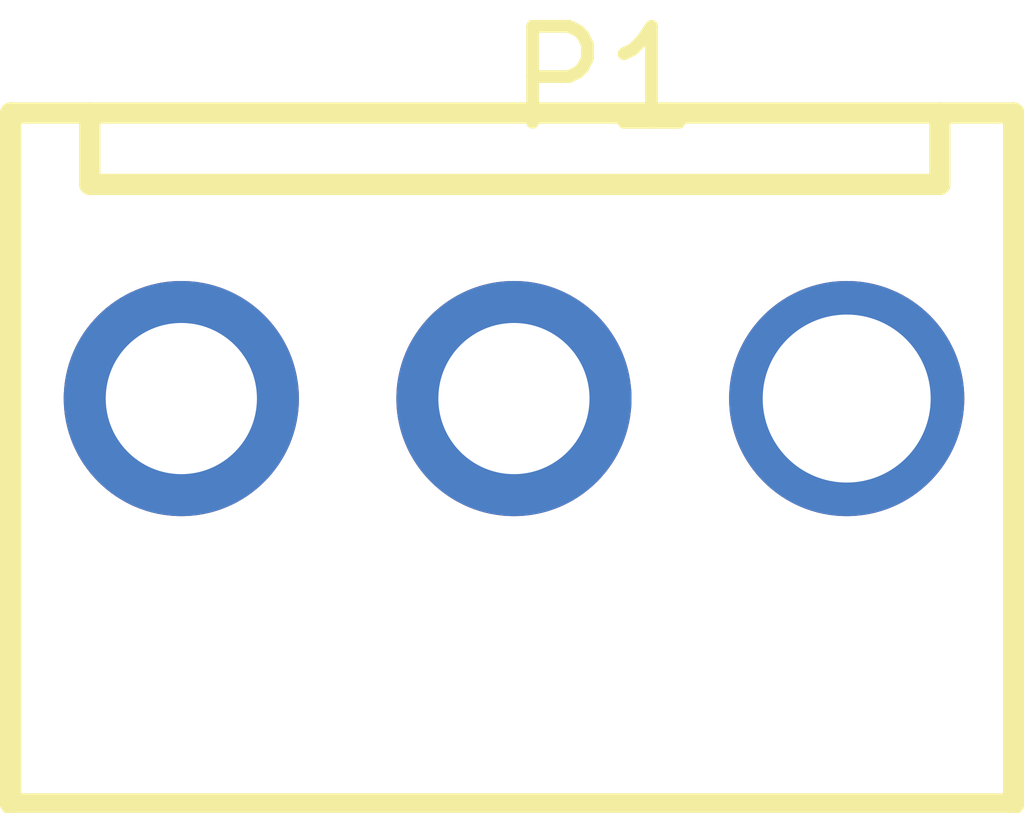
<source format=kicad_pcb>
(kicad_pcb (version 20211014) (generator pcbnew)
  (layers (0 "F.Cu" signal) (31 "B.Cu" signal) (34 "B.Paste" user) (35 "F.Paste" user) (36 "B.SilkS" user "B.Silkscreen") (37 "F.SilkS" user "F.Silkscreen") (38 "B.Mask" user) (39 "F.Mask" user) (44 "Edge.Cuts" user))
  (net 0 "")
  (footprint "easyeda:CONN-TH_3P-P3.96_VH3.96-3A" (layer "F.Cu") (at 12.7 12.7)
    (fp_text reference "P1" (at -0.151 -3.81) (layer "F.SilkS") (effects (font (size 1.143 1.143) (thickness 0.152)) (justify left)))
    (fp_text value "CONN-TH_3P-P3.96_VH3.96-3A" hide)
    (fp_line (start 5.07 -3.4) (end 5.07 -2.55) (layer "F.SilkS") (width 0.254))
    (fp_line (start 5.07 -2.55) (end -5.051 -2.55) (layer "F.SilkS") (width 0.254))
    (fp_line (start 5.949 -3.4) (end 5.949 4.826) (layer "F.SilkS") (width 0.254))
    (fp_line (start -5.993 -3.4) (end 5.949 -3.4) (layer "F.SilkS") (width 0.254))
    (fp_line (start 5.945 4.826) (end -5.993 4.826) (layer "F.SilkS") (width 0.254))
    (fp_line (start -5.993 4.826) (end -5.993 -3.4) (layer "F.SilkS") (width 0.254))
    (fp_line (start -5.051 -2.55) (end -5.051 -3.4) (layer "F.SilkS") (width 0.254))
    (pad "1" thru_hole circle locked (at -3.961 0) (size 2.8 2.8) (drill 1.8) (layers *.Cu *.Paste *.Mask))
    (pad "2" thru_hole circle locked (at -0.001 0) (size 2.8 2.8) (drill 1.8) (layers *.Cu *.Paste *.Mask))
    (pad "3" thru_hole circle locked (at 3.961 0) (size 2.8 2.8) (drill 2) (layers *.Cu *.Paste *.Mask))
  )
)
</source>
